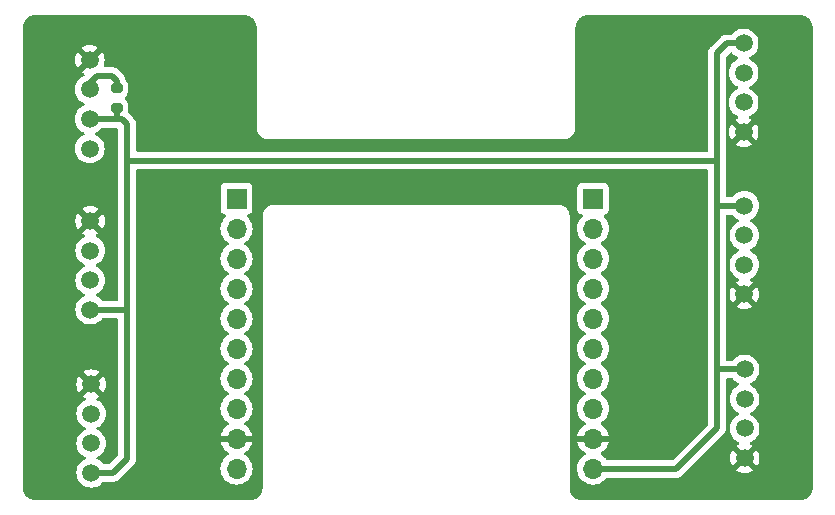
<source format=gbr>
%TF.GenerationSoftware,KiCad,Pcbnew,7.0.2*%
%TF.CreationDate,2024-03-21T19:14:15+01:00*%
%TF.ProjectId,Support_TTGO,53757070-6f72-4745-9f54-54474f2e6b69,rev?*%
%TF.SameCoordinates,Original*%
%TF.FileFunction,Copper,L2,Bot*%
%TF.FilePolarity,Positive*%
%FSLAX46Y46*%
G04 Gerber Fmt 4.6, Leading zero omitted, Abs format (unit mm)*
G04 Created by KiCad (PCBNEW 7.0.2) date 2024-03-21 19:14:15*
%MOMM*%
%LPD*%
G01*
G04 APERTURE LIST*
G04 Aperture macros list*
%AMRoundRect*
0 Rectangle with rounded corners*
0 $1 Rounding radius*
0 $2 $3 $4 $5 $6 $7 $8 $9 X,Y pos of 4 corners*
0 Add a 4 corners polygon primitive as box body*
4,1,4,$2,$3,$4,$5,$6,$7,$8,$9,$2,$3,0*
0 Add four circle primitives for the rounded corners*
1,1,$1+$1,$2,$3*
1,1,$1+$1,$4,$5*
1,1,$1+$1,$6,$7*
1,1,$1+$1,$8,$9*
0 Add four rect primitives between the rounded corners*
20,1,$1+$1,$2,$3,$4,$5,0*
20,1,$1+$1,$4,$5,$6,$7,0*
20,1,$1+$1,$6,$7,$8,$9,0*
20,1,$1+$1,$8,$9,$2,$3,0*%
G04 Aperture macros list end*
%TA.AperFunction,ComponentPad*%
%ADD10C,1.500000*%
%TD*%
%TA.AperFunction,ComponentPad*%
%ADD11R,1.700000X1.700000*%
%TD*%
%TA.AperFunction,ComponentPad*%
%ADD12O,1.700000X1.700000*%
%TD*%
%TA.AperFunction,SMDPad,CuDef*%
%ADD13RoundRect,0.200000X0.275000X-0.200000X0.275000X0.200000X-0.275000X0.200000X-0.275000X-0.200000X0*%
%TD*%
%TA.AperFunction,Conductor*%
%ADD14C,0.500000*%
%TD*%
G04 APERTURE END LIST*
D10*
%TO.P,J3,1,Pin_1*%
%TO.N,GND*%
X168320000Y-105460000D03*
%TO.P,J3,2,Pin_2*%
%TO.N,IO_14*%
X168320000Y-102960000D03*
%TO.P,J3,3,Pin_3*%
%TO.N,IO_13*%
X168320000Y-100460000D03*
%TO.P,J3,4,Pin_4*%
%TO.N,PMU_DC_DC5*%
X168320000Y-97960000D03*
%TD*%
D11*
%TO.P,J1,1,Pin_1*%
%TO.N,IO_37*%
X125300000Y-83500000D03*
D12*
%TO.P,J1,2,Pin_2*%
%TO.N,IO_36*%
X125300000Y-86040000D03*
%TO.P,J1,3,Pin_3*%
%TO.N,unconnected-(J1-Pin_3-Pad3)*%
X125300000Y-88580000D03*
%TO.P,J1,4,Pin_4*%
%TO.N,unconnected-(J1-Pin_4-Pad4)*%
X125300000Y-91120000D03*
%TO.P,J1,5,Pin_5*%
%TO.N,unconnected-(J1-Pin_5-Pad5)*%
X125300000Y-93660000D03*
%TO.P,J1,6,Pin_6*%
%TO.N,IO_48*%
X125300000Y-96200000D03*
%TO.P,J1,7,Pin_7*%
%TO.N,IO_47*%
X125300000Y-98740000D03*
%TO.P,J1,8,Pin_8*%
%TO.N,IO_21*%
X125300000Y-101280000D03*
%TO.P,J1,9,Pin_9*%
%TO.N,GND*%
X125300000Y-103820000D03*
%TO.P,J1,10,Pin_10*%
%TO.N,unconnected-(J1-Pin_10-Pad10)*%
X125300000Y-106360000D03*
%TD*%
%TO.P, ,10,Pin_10*%
%TO.N,PMU_DC_DC5*%
X155500000Y-106360000D03*
%TO.P, ,9,Pin_9*%
%TO.N,GND*%
X155500000Y-103820000D03*
%TO.P, ,8,Pin_8*%
%TO.N,IO_14*%
X155500000Y-101280000D03*
%TO.P, ,7,Pin_7*%
%TO.N,IO_13*%
X155500000Y-98740000D03*
%TO.P, ,6,Pin_6*%
%TO.N,IO_12*%
X155500000Y-96200000D03*
%TO.P, ,5,Pin_5*%
%TO.N,IO_11*%
X155500000Y-93660000D03*
%TO.P, ,4,Pin_4*%
%TO.N,IO_10*%
X155500000Y-91120000D03*
%TO.P, ,3,Pin_3*%
%TO.N,IO_09*%
X155500000Y-88580000D03*
%TO.P, ,2,Pin_2*%
%TO.N,unconnected-(J2-Pin_2-Pad2)*%
X155500000Y-86040000D03*
D11*
%TO.P, ,1,Pin_1*%
%TO.N,unconnected-(J2-Pin_1-Pad1)*%
X155500000Y-83500000D03*
%TD*%
D10*
%TO.P,J8,1,Pin_1*%
%TO.N,GND*%
X168240000Y-77860000D03*
%TO.P,J8,2,Pin_2*%
%TO.N,IO_10*%
X168240000Y-75360000D03*
%TO.P,J8,3,Pin_3*%
%TO.N,IO_09*%
X168240000Y-72860000D03*
%TO.P,J8,4,Pin_4*%
%TO.N,PMU_DC_DC5*%
X168240000Y-70360000D03*
%TD*%
%TO.P,J7,1,Pin_1*%
%TO.N,GND*%
X112880000Y-71760000D03*
%TO.P,J7,2,Pin_2*%
%TO.N,IO_37*%
X112880000Y-74260000D03*
%TO.P,J7,3,Pin_3*%
%TO.N,PMU_DC_DC5*%
X112880000Y-76760000D03*
%TO.P,J7,4*%
%TO.N,N/C*%
X112880000Y-79260000D03*
%TD*%
%TO.P,J4,1,Pin_1*%
%TO.N,GND*%
X168300000Y-91610000D03*
%TO.P,J4,2,Pin_2*%
%TO.N,IO_12*%
X168300000Y-89110000D03*
%TO.P,J4,3,Pin_3*%
%TO.N,IO_11*%
X168300000Y-86610000D03*
%TO.P,J4,4,Pin_4*%
%TO.N,PMU_DC_DC5*%
X168300000Y-84110000D03*
%TD*%
%TO.P,J6,1,Pin_1*%
%TO.N,GND*%
X112920000Y-85400000D03*
%TO.P,J6,2,Pin_2*%
%TO.N,IO_36*%
X112920000Y-87900000D03*
%TO.P,J6,3,Pin_3*%
%TO.N,IO_48*%
X112920000Y-90400000D03*
%TO.P,J6,4,Pin_4*%
%TO.N,PMU_DC_DC5*%
X112920000Y-92900000D03*
%TD*%
%TO.P,J5,1,Pin_1*%
%TO.N,GND*%
X112990000Y-99210000D03*
%TO.P,J5,2,Pin_2*%
%TO.N,IO_47*%
X112990000Y-101710000D03*
%TO.P,J5,3,Pin_3*%
%TO.N,IO_21*%
X112990000Y-104210000D03*
%TO.P,J5,4,Pin_4*%
%TO.N,PMU_DC_DC5*%
X112990000Y-106710000D03*
%TD*%
D13*
%TO.P,R1,1*%
%TO.N,PMU_DC_DC5*%
X115150000Y-75805000D03*
%TO.P,R1,2*%
%TO.N,IO_37*%
X115150000Y-74155000D03*
%TD*%
D14*
%TO.N,PMU_DC_DC5*%
X155540000Y-106400000D02*
X162490000Y-106400000D01*
X162490000Y-106400000D02*
X165970000Y-102920000D01*
X155500000Y-106360000D02*
X155540000Y-106400000D01*
X165970000Y-102920000D02*
X165970000Y-75760000D01*
%TO.N,IO_37*%
X112880000Y-73710000D02*
X112880000Y-74260000D01*
X114760000Y-73120000D02*
X113470000Y-73120000D01*
X115150000Y-74155000D02*
X115150000Y-73510000D01*
X115150000Y-73510000D02*
X114760000Y-73120000D01*
X113470000Y-73120000D02*
X112880000Y-73710000D01*
%TO.N,PMU_DC_DC5*%
X168300000Y-84110000D02*
X166160000Y-84110000D01*
X165970000Y-75760000D02*
X165970000Y-71210000D01*
X165970000Y-80280000D02*
X165970000Y-75760000D01*
X165980000Y-97960000D02*
X168320000Y-97960000D01*
X115580000Y-76760000D02*
X116040000Y-77220000D01*
X116040000Y-80280000D02*
X165970000Y-80280000D01*
X116040000Y-92480000D02*
X116040000Y-105510000D01*
X115150000Y-76750000D02*
X115140000Y-76760000D01*
X165970000Y-97950000D02*
X165980000Y-97960000D01*
X115980000Y-92890000D02*
X116040000Y-92950000D01*
X112880000Y-76760000D02*
X115140000Y-76760000D01*
X112920000Y-92900000D02*
X112930000Y-92890000D01*
X115140000Y-76760000D02*
X115580000Y-76760000D01*
X166820000Y-70360000D02*
X168240000Y-70360000D01*
X165970000Y-71210000D02*
X166820000Y-70360000D01*
X115150000Y-75805000D02*
X115150000Y-76750000D01*
X114840000Y-106710000D02*
X112990000Y-106710000D01*
X116040000Y-77220000D02*
X116040000Y-92480000D01*
X116040000Y-105510000D02*
X114840000Y-106710000D01*
X166160000Y-84110000D02*
X165970000Y-84300000D01*
X112930000Y-92890000D02*
X115980000Y-92890000D01*
%TD*%
%TA.AperFunction,Conductor*%
%TO.N,GND*%
G36*
X126005394Y-67970971D02*
G01*
X126045519Y-67974482D01*
X126171780Y-67986919D01*
X126191682Y-67990540D01*
X126256467Y-68007899D01*
X126260203Y-68008966D01*
X126351570Y-68036682D01*
X126367959Y-68042952D01*
X126433867Y-68073686D01*
X126439867Y-68076685D01*
X126482639Y-68099548D01*
X126519046Y-68119008D01*
X126531715Y-68126791D01*
X126592889Y-68169625D01*
X126600430Y-68175346D01*
X126668455Y-68231172D01*
X126677472Y-68239345D01*
X126730653Y-68292526D01*
X126738826Y-68301543D01*
X126794652Y-68369568D01*
X126800373Y-68377109D01*
X126843207Y-68438283D01*
X126850990Y-68450952D01*
X126893304Y-68530114D01*
X126896328Y-68536163D01*
X126927041Y-68602027D01*
X126933319Y-68618436D01*
X126961008Y-68709713D01*
X126962123Y-68713616D01*
X126979454Y-68778298D01*
X126983082Y-68798237D01*
X126995523Y-68924554D01*
X126997207Y-68943801D01*
X126999030Y-68964638D01*
X126999500Y-68975406D01*
X126999500Y-77382902D01*
X126994926Y-77398478D01*
X126998903Y-77438858D01*
X126999500Y-77451012D01*
X126999500Y-77537533D01*
X127010628Y-77600645D01*
X127009311Y-77612448D01*
X127015263Y-77632067D01*
X127018717Y-77646522D01*
X127029899Y-77709938D01*
X127034143Y-77721598D01*
X127058163Y-77787592D01*
X127058992Y-77800641D01*
X127067129Y-77815864D01*
X127074289Y-77831899D01*
X127089774Y-77874441D01*
X127089776Y-77874447D01*
X127138578Y-77958974D01*
X127142056Y-77973311D01*
X127151793Y-77985176D01*
X127163325Y-78001837D01*
X127179926Y-78030590D01*
X127189372Y-78044560D01*
X127191255Y-78048084D01*
X127209702Y-78064661D01*
X127248914Y-78111393D01*
X127255485Y-78126408D01*
X127265932Y-78134982D01*
X127282254Y-78151126D01*
X127289837Y-78160163D01*
X127298872Y-78167744D01*
X127315018Y-78184067D01*
X127319147Y-78189098D01*
X127338606Y-78201085D01*
X127385337Y-78240297D01*
X127395234Y-78255172D01*
X127405438Y-78260627D01*
X127419408Y-78270072D01*
X127423942Y-78272690D01*
X127423945Y-78272692D01*
X127448165Y-78286676D01*
X127464826Y-78298207D01*
X127471770Y-78303905D01*
X127491019Y-78311417D01*
X127575555Y-78360225D01*
X127618105Y-78375712D01*
X127634141Y-78382872D01*
X127644334Y-78388320D01*
X127662401Y-78391834D01*
X127740062Y-78420101D01*
X127803476Y-78431282D01*
X127817939Y-78434738D01*
X127832541Y-78439167D01*
X127849350Y-78439370D01*
X127912468Y-78450500D01*
X127912469Y-78450500D01*
X127998997Y-78450500D01*
X128011151Y-78451097D01*
X128044302Y-78454362D01*
X128067096Y-78450500D01*
X152932903Y-78450500D01*
X152948476Y-78455073D01*
X152988848Y-78451097D01*
X153001002Y-78450500D01*
X153087530Y-78450500D01*
X153087532Y-78450500D01*
X153150646Y-78439371D01*
X153162444Y-78440687D01*
X153182055Y-78434738D01*
X153196511Y-78431284D01*
X153259938Y-78420101D01*
X153337592Y-78391836D01*
X153350638Y-78391007D01*
X153365854Y-78382874D01*
X153381890Y-78375713D01*
X153424445Y-78360225D01*
X153508976Y-78311420D01*
X153523310Y-78307942D01*
X153535172Y-78298208D01*
X153551834Y-78286676D01*
X153576055Y-78272692D01*
X153576055Y-78272691D01*
X153580586Y-78270076D01*
X153594564Y-78260625D01*
X153598082Y-78258744D01*
X153614658Y-78240300D01*
X153661395Y-78201083D01*
X153676407Y-78194513D01*
X153684977Y-78184071D01*
X153701121Y-78167750D01*
X153710163Y-78160163D01*
X153717750Y-78151121D01*
X153734071Y-78134977D01*
X153739099Y-78130850D01*
X153751082Y-78111397D01*
X153790297Y-78064661D01*
X153805172Y-78054764D01*
X153810625Y-78044564D01*
X153820076Y-78030586D01*
X153831961Y-78010000D01*
X153836676Y-78001834D01*
X153848208Y-77985172D01*
X153853903Y-77978231D01*
X153861418Y-77958979D01*
X153910225Y-77874445D01*
X153925713Y-77831890D01*
X153932874Y-77815854D01*
X153938319Y-77805666D01*
X153941835Y-77787595D01*
X153970101Y-77709938D01*
X153981284Y-77646511D01*
X153984738Y-77632055D01*
X153989166Y-77617458D01*
X153989370Y-77600649D01*
X154000500Y-77537532D01*
X154000500Y-77451002D01*
X154001097Y-77438848D01*
X154004362Y-77405696D01*
X154000500Y-77382903D01*
X154000500Y-68975412D01*
X154000972Y-68964605D01*
X154004475Y-68924564D01*
X154016919Y-68798215D01*
X154020539Y-68778322D01*
X154037908Y-68713498D01*
X154038956Y-68709828D01*
X154066685Y-68618419D01*
X154072948Y-68602049D01*
X154103700Y-68536102D01*
X154106670Y-68530161D01*
X154149012Y-68450944D01*
X154156786Y-68438289D01*
X154199639Y-68377089D01*
X154205330Y-68369587D01*
X154261191Y-68301521D01*
X154269325Y-68292547D01*
X154322547Y-68239325D01*
X154331521Y-68231191D01*
X154399587Y-68175330D01*
X154407089Y-68169639D01*
X154468289Y-68126786D01*
X154480944Y-68119012D01*
X154560161Y-68076670D01*
X154566102Y-68073700D01*
X154632049Y-68042948D01*
X154648419Y-68036685D01*
X154739828Y-68008956D01*
X154743498Y-68007908D01*
X154808318Y-67990540D01*
X154828221Y-67986918D01*
X154954471Y-67974483D01*
X154994640Y-67970968D01*
X155005402Y-67970500D01*
X173074587Y-67970500D01*
X173085394Y-67970971D01*
X173125519Y-67974482D01*
X173251780Y-67986919D01*
X173271682Y-67990540D01*
X173336467Y-68007899D01*
X173340203Y-68008966D01*
X173431570Y-68036682D01*
X173447959Y-68042952D01*
X173513867Y-68073686D01*
X173519867Y-68076685D01*
X173562639Y-68099548D01*
X173599046Y-68119008D01*
X173611715Y-68126791D01*
X173672889Y-68169625D01*
X173680430Y-68175346D01*
X173748455Y-68231172D01*
X173757472Y-68239345D01*
X173810653Y-68292526D01*
X173818826Y-68301543D01*
X173874652Y-68369568D01*
X173880373Y-68377109D01*
X173923207Y-68438283D01*
X173930990Y-68450952D01*
X173973304Y-68530114D01*
X173976328Y-68536163D01*
X174007041Y-68602027D01*
X174013319Y-68618436D01*
X174041008Y-68709713D01*
X174042123Y-68713616D01*
X174059454Y-68778298D01*
X174063082Y-68798237D01*
X174075523Y-68924554D01*
X174077207Y-68943801D01*
X174079030Y-68964638D01*
X174079500Y-68975406D01*
X174079500Y-107994583D01*
X174079028Y-108005393D01*
X174075523Y-108045445D01*
X174063082Y-108171764D01*
X174059455Y-108191696D01*
X174042123Y-108256382D01*
X174041008Y-108260285D01*
X174013319Y-108351562D01*
X174007041Y-108367971D01*
X173976328Y-108433835D01*
X173973304Y-108439884D01*
X173930990Y-108519046D01*
X173923207Y-108531715D01*
X173880373Y-108592889D01*
X173874652Y-108600430D01*
X173818826Y-108668455D01*
X173810653Y-108677472D01*
X173757472Y-108730653D01*
X173748455Y-108738826D01*
X173680430Y-108794652D01*
X173672889Y-108800373D01*
X173611715Y-108843207D01*
X173599046Y-108850990D01*
X173519884Y-108893304D01*
X173513835Y-108896328D01*
X173447971Y-108927041D01*
X173431562Y-108933319D01*
X173340285Y-108961008D01*
X173336382Y-108962123D01*
X173271700Y-108979454D01*
X173251761Y-108983082D01*
X173125445Y-108995523D01*
X173106131Y-108997213D01*
X173085360Y-108999031D01*
X173074594Y-108999500D01*
X154505416Y-108999500D01*
X154494606Y-108999028D01*
X154454554Y-108995523D01*
X154328234Y-108983082D01*
X154308302Y-108979455D01*
X154243616Y-108962123D01*
X154239713Y-108961008D01*
X154148436Y-108933319D01*
X154132027Y-108927041D01*
X154066163Y-108896328D01*
X154060114Y-108893304D01*
X153980952Y-108850990D01*
X153968283Y-108843207D01*
X153907109Y-108800373D01*
X153899568Y-108794652D01*
X153831543Y-108738826D01*
X153822526Y-108730653D01*
X153769345Y-108677472D01*
X153761172Y-108668455D01*
X153705346Y-108600430D01*
X153699625Y-108592889D01*
X153656791Y-108531715D01*
X153649008Y-108519046D01*
X153629548Y-108482639D01*
X153606685Y-108439867D01*
X153603686Y-108433867D01*
X153572952Y-108367959D01*
X153566682Y-108351570D01*
X153538966Y-108260203D01*
X153537899Y-108256467D01*
X153520541Y-108191685D01*
X153516918Y-108171773D01*
X153504476Y-108045444D01*
X153503601Y-108035449D01*
X153500968Y-108005360D01*
X153500500Y-107994597D01*
X153500500Y-85067095D01*
X153505073Y-85051521D01*
X153501097Y-85011149D01*
X153500500Y-84998996D01*
X153500500Y-84912468D01*
X153500499Y-84912467D01*
X153489371Y-84849352D01*
X153490687Y-84837551D01*
X153484738Y-84817939D01*
X153481282Y-84803475D01*
X153479575Y-84793795D01*
X153470101Y-84740062D01*
X153441835Y-84662404D01*
X153441006Y-84649359D01*
X153432872Y-84634141D01*
X153425712Y-84618105D01*
X153410225Y-84575555D01*
X153361419Y-84491021D01*
X153357941Y-84476687D01*
X153348207Y-84464826D01*
X153336676Y-84448165D01*
X153322692Y-84423945D01*
X153322690Y-84423942D01*
X153320072Y-84419408D01*
X153310627Y-84405438D01*
X153308745Y-84401918D01*
X153290297Y-84385337D01*
X153251085Y-84338606D01*
X153244513Y-84323591D01*
X153234067Y-84315018D01*
X153217744Y-84298872D01*
X153210163Y-84289837D01*
X153201126Y-84282254D01*
X153184982Y-84265932D01*
X153180856Y-84260905D01*
X153161393Y-84248914D01*
X153114661Y-84209702D01*
X153104763Y-84194825D01*
X153094560Y-84189372D01*
X153080590Y-84179926D01*
X153051837Y-84163325D01*
X153035176Y-84151793D01*
X153028235Y-84146097D01*
X153008974Y-84138578D01*
X152924447Y-84089776D01*
X152924446Y-84089775D01*
X152924445Y-84089775D01*
X152881899Y-84074289D01*
X152865864Y-84067129D01*
X152855670Y-84061680D01*
X152837592Y-84058163D01*
X152786577Y-84039595D01*
X152759938Y-84029899D01*
X152696530Y-84018718D01*
X152682067Y-84015263D01*
X152667462Y-84010832D01*
X152650645Y-84010628D01*
X152587533Y-83999500D01*
X152587532Y-83999500D01*
X152501012Y-83999500D01*
X152488858Y-83998903D01*
X152455817Y-83995648D01*
X152432952Y-83999527D01*
X128567150Y-84009471D01*
X128551612Y-84004915D01*
X128511133Y-84008903D01*
X128498978Y-84009500D01*
X128413340Y-84009500D01*
X128351814Y-84020348D01*
X128339854Y-84019014D01*
X128319870Y-84025076D01*
X128305408Y-84028531D01*
X128242660Y-84039595D01*
X128166733Y-84067230D01*
X128153481Y-84068072D01*
X128137900Y-84076400D01*
X128121861Y-84083562D01*
X128079799Y-84098871D01*
X127997000Y-84146675D01*
X127982443Y-84150205D01*
X127970274Y-84160193D01*
X127953613Y-84171724D01*
X127925078Y-84188199D01*
X127911255Y-84197544D01*
X127907517Y-84199541D01*
X127890698Y-84218258D01*
X127846007Y-84255759D01*
X127830765Y-84262429D01*
X127821955Y-84273165D01*
X127805812Y-84289486D01*
X127796935Y-84296935D01*
X127789486Y-84305812D01*
X127773165Y-84321955D01*
X127767926Y-84326254D01*
X127755759Y-84346007D01*
X127718258Y-84390698D01*
X127703165Y-84400739D01*
X127697544Y-84411255D01*
X127688199Y-84425078D01*
X127671724Y-84453613D01*
X127660193Y-84470274D01*
X127654306Y-84477447D01*
X127646675Y-84497000D01*
X127598871Y-84579799D01*
X127583562Y-84621861D01*
X127576400Y-84637900D01*
X127570801Y-84648373D01*
X127567230Y-84666733D01*
X127539595Y-84742660D01*
X127528531Y-84805408D01*
X127525076Y-84819870D01*
X127520555Y-84834772D01*
X127520348Y-84851814D01*
X127509500Y-84913339D01*
X127509500Y-84998973D01*
X127508903Y-85011128D01*
X127505635Y-85044301D01*
X127509500Y-85067106D01*
X127509500Y-107984584D01*
X127509028Y-107995393D01*
X127505523Y-108035449D01*
X127492900Y-108163610D01*
X127489273Y-108183543D01*
X127471786Y-108248804D01*
X127470672Y-108252705D01*
X127442614Y-108345201D01*
X127436336Y-108361610D01*
X127405322Y-108428121D01*
X127402297Y-108434171D01*
X127359445Y-108514340D01*
X127351662Y-108527009D01*
X127308392Y-108588805D01*
X127302671Y-108596346D01*
X127246140Y-108665230D01*
X127237967Y-108674247D01*
X127184247Y-108727967D01*
X127175230Y-108736140D01*
X127106346Y-108792671D01*
X127098805Y-108798392D01*
X127037009Y-108841662D01*
X127024340Y-108849445D01*
X126944171Y-108892297D01*
X126938121Y-108895322D01*
X126871610Y-108926336D01*
X126855201Y-108932614D01*
X126762705Y-108960672D01*
X126758804Y-108961786D01*
X126693547Y-108979272D01*
X126673608Y-108982900D01*
X126545450Y-108995523D01*
X126531967Y-108996703D01*
X126505360Y-108999031D01*
X126494595Y-108999500D01*
X108215416Y-108999500D01*
X108204606Y-108999028D01*
X108164554Y-108995523D01*
X108038234Y-108983082D01*
X108018302Y-108979455D01*
X107953616Y-108962123D01*
X107949713Y-108961008D01*
X107858436Y-108933319D01*
X107842027Y-108927041D01*
X107776163Y-108896328D01*
X107770114Y-108893304D01*
X107690952Y-108850990D01*
X107678283Y-108843207D01*
X107617109Y-108800373D01*
X107609568Y-108794652D01*
X107541543Y-108738826D01*
X107532526Y-108730653D01*
X107479345Y-108677472D01*
X107471172Y-108668455D01*
X107415346Y-108600430D01*
X107409625Y-108592889D01*
X107366791Y-108531715D01*
X107359008Y-108519046D01*
X107339548Y-108482639D01*
X107316685Y-108439867D01*
X107313686Y-108433867D01*
X107282952Y-108367959D01*
X107276682Y-108351570D01*
X107248966Y-108260203D01*
X107247899Y-108256467D01*
X107230541Y-108191685D01*
X107226918Y-108171773D01*
X107214476Y-108045444D01*
X107213601Y-108035449D01*
X107210968Y-108005360D01*
X107210500Y-107994597D01*
X107210500Y-79259999D01*
X111624722Y-79259999D01*
X111643792Y-79477974D01*
X111657598Y-79529500D01*
X111700425Y-79689330D01*
X111792898Y-79887639D01*
X111918402Y-80066877D01*
X112073123Y-80221598D01*
X112252361Y-80347102D01*
X112450670Y-80439575D01*
X112662023Y-80496207D01*
X112807340Y-80508920D01*
X112879999Y-80515277D01*
X112879999Y-80515276D01*
X112880000Y-80515277D01*
X113097977Y-80496207D01*
X113309330Y-80439575D01*
X113507639Y-80347102D01*
X113686877Y-80221598D01*
X113841598Y-80066877D01*
X113967102Y-79887639D01*
X114059575Y-79689330D01*
X114116207Y-79477977D01*
X114135277Y-79260000D01*
X114116207Y-79042023D01*
X114059575Y-78830670D01*
X113967102Y-78632362D01*
X113841598Y-78453123D01*
X113686877Y-78298402D01*
X113507639Y-78172898D01*
X113399306Y-78122381D01*
X113346868Y-78076210D01*
X113327716Y-78009016D01*
X113347932Y-77942135D01*
X113399307Y-77897618D01*
X113507639Y-77847102D01*
X113686877Y-77721598D01*
X113841598Y-77566877D01*
X113844050Y-77563374D01*
X113898629Y-77519750D01*
X113945624Y-77510500D01*
X115052279Y-77510500D01*
X115076294Y-77510500D01*
X115094264Y-77511809D01*
X115096115Y-77512080D01*
X115118023Y-77515289D01*
X115154694Y-77512080D01*
X115223191Y-77525846D01*
X115273375Y-77574461D01*
X115289500Y-77635608D01*
X115289500Y-80254554D01*
X115289290Y-80261764D01*
X115285668Y-80323933D01*
X115287616Y-80334975D01*
X115289500Y-80356509D01*
X115289500Y-92015500D01*
X115269815Y-92082539D01*
X115217011Y-92128294D01*
X115165500Y-92139500D01*
X113978622Y-92139500D01*
X113911583Y-92119815D01*
X113890506Y-92099557D01*
X113889270Y-92100794D01*
X113726880Y-91938405D01*
X113726880Y-91938404D01*
X113726877Y-91938402D01*
X113547639Y-91812898D01*
X113495111Y-91788403D01*
X113439306Y-91762381D01*
X113386867Y-91716208D01*
X113367716Y-91649014D01*
X113387932Y-91582133D01*
X113439306Y-91537618D01*
X113547639Y-91487102D01*
X113726877Y-91361598D01*
X113881598Y-91206877D01*
X114007102Y-91027639D01*
X114099575Y-90829330D01*
X114156207Y-90617977D01*
X114175277Y-90400000D01*
X114156207Y-90182023D01*
X114099575Y-89970670D01*
X114007102Y-89772362D01*
X113881598Y-89593123D01*
X113726877Y-89438402D01*
X113547639Y-89312898D01*
X113439306Y-89262381D01*
X113386868Y-89216210D01*
X113367716Y-89149016D01*
X113387932Y-89082135D01*
X113439307Y-89037618D01*
X113547639Y-88987102D01*
X113726877Y-88861598D01*
X113881598Y-88706877D01*
X114007102Y-88527639D01*
X114099575Y-88329330D01*
X114156207Y-88117977D01*
X114175277Y-87900000D01*
X114156207Y-87682023D01*
X114099575Y-87470670D01*
X114007102Y-87272362D01*
X113881598Y-87093123D01*
X113726877Y-86938402D01*
X113547639Y-86812898D01*
X113495921Y-86788781D01*
X113438714Y-86762105D01*
X113386275Y-86715932D01*
X113367123Y-86648739D01*
X113387339Y-86581858D01*
X113438715Y-86537340D01*
X113547388Y-86486665D01*
X113609572Y-86443124D01*
X113052534Y-85886086D01*
X113062315Y-85884680D01*
X113193100Y-85824952D01*
X113301761Y-85730798D01*
X113379493Y-85609844D01*
X113403076Y-85529524D01*
X113963124Y-86089572D01*
X114006667Y-86027385D01*
X114099102Y-85829159D01*
X114155712Y-85617886D01*
X114174775Y-85400000D01*
X114155712Y-85182113D01*
X114099102Y-84970840D01*
X114006667Y-84772615D01*
X113963123Y-84710428D01*
X113403076Y-85270475D01*
X113379493Y-85190156D01*
X113301761Y-85069202D01*
X113193100Y-84975048D01*
X113062315Y-84915320D01*
X113052534Y-84913913D01*
X113609572Y-84356875D01*
X113609571Y-84356873D01*
X113547386Y-84313331D01*
X113349161Y-84220898D01*
X113137886Y-84164287D01*
X112919999Y-84145224D01*
X112702113Y-84164287D01*
X112490840Y-84220897D01*
X112292611Y-84313333D01*
X112230428Y-84356874D01*
X112230427Y-84356875D01*
X112787466Y-84913913D01*
X112777685Y-84915320D01*
X112646900Y-84975048D01*
X112538239Y-85069202D01*
X112460507Y-85190156D01*
X112436923Y-85270475D01*
X111876875Y-84710427D01*
X111876874Y-84710428D01*
X111833333Y-84772611D01*
X111740897Y-84970840D01*
X111684287Y-85182113D01*
X111665224Y-85400000D01*
X111684287Y-85617886D01*
X111740898Y-85829161D01*
X111833331Y-86027386D01*
X111876873Y-86089571D01*
X111876875Y-86089572D01*
X112436923Y-85529523D01*
X112460507Y-85609844D01*
X112538239Y-85730798D01*
X112646900Y-85824952D01*
X112777685Y-85884680D01*
X112787466Y-85886086D01*
X112230426Y-86443124D01*
X112230427Y-86443125D01*
X112292612Y-86486667D01*
X112401284Y-86537341D01*
X112453724Y-86583513D01*
X112472876Y-86650706D01*
X112452661Y-86717587D01*
X112401286Y-86762105D01*
X112292359Y-86812899D01*
X112113122Y-86938402D01*
X111958402Y-87093122D01*
X111832898Y-87272361D01*
X111740425Y-87470668D01*
X111683792Y-87682025D01*
X111664722Y-87899999D01*
X111683792Y-88117974D01*
X111740425Y-88329331D01*
X111790261Y-88436205D01*
X111832898Y-88527639D01*
X111958402Y-88706877D01*
X112113123Y-88861598D01*
X112292361Y-88987102D01*
X112400693Y-89037618D01*
X112453132Y-89083790D01*
X112472284Y-89150984D01*
X112452068Y-89217865D01*
X112400693Y-89262382D01*
X112292361Y-89312898D01*
X112113122Y-89438402D01*
X111958402Y-89593122D01*
X111832898Y-89772361D01*
X111740425Y-89970668D01*
X111683792Y-90182025D01*
X111664722Y-90400000D01*
X111683792Y-90617974D01*
X111694071Y-90656337D01*
X111740425Y-90829330D01*
X111832898Y-91027639D01*
X111958402Y-91206877D01*
X112113123Y-91361598D01*
X112292361Y-91487102D01*
X112400691Y-91537617D01*
X112400693Y-91537618D01*
X112453132Y-91583790D01*
X112472284Y-91650984D01*
X112452068Y-91717865D01*
X112400693Y-91762382D01*
X112292361Y-91812898D01*
X112113122Y-91938402D01*
X111958402Y-92093122D01*
X111832898Y-92272361D01*
X111740425Y-92470668D01*
X111683792Y-92682025D01*
X111664722Y-92900000D01*
X111683792Y-93117974D01*
X111704789Y-93196337D01*
X111740425Y-93329330D01*
X111832898Y-93527639D01*
X111958402Y-93706877D01*
X112113123Y-93861598D01*
X112292361Y-93987102D01*
X112490670Y-94079575D01*
X112702023Y-94136207D01*
X112920000Y-94155277D01*
X113137977Y-94136207D01*
X113349330Y-94079575D01*
X113547639Y-93987102D01*
X113726877Y-93861598D01*
X113881598Y-93706877D01*
X113891052Y-93693374D01*
X113945630Y-93649751D01*
X113992626Y-93640500D01*
X115165500Y-93640500D01*
X115232539Y-93660185D01*
X115278294Y-93712989D01*
X115289500Y-93764500D01*
X115289500Y-105147769D01*
X115269815Y-105214808D01*
X115253181Y-105235450D01*
X114565451Y-105923181D01*
X114504128Y-105956666D01*
X114477770Y-105959500D01*
X114055624Y-105959500D01*
X113988585Y-105939815D01*
X113954047Y-105906621D01*
X113951595Y-105903119D01*
X113796880Y-105748405D01*
X113796877Y-105748402D01*
X113617639Y-105622898D01*
X113509306Y-105572381D01*
X113456868Y-105526210D01*
X113437716Y-105459016D01*
X113457932Y-105392135D01*
X113509307Y-105347618D01*
X113617639Y-105297102D01*
X113796877Y-105171598D01*
X113951598Y-105016877D01*
X114077102Y-104837639D01*
X114169575Y-104639330D01*
X114226207Y-104427977D01*
X114245277Y-104210000D01*
X114226207Y-103992023D01*
X114169575Y-103780670D01*
X114077102Y-103582362D01*
X113951598Y-103403123D01*
X113796877Y-103248402D01*
X113617639Y-103122898D01*
X113509306Y-103072381D01*
X113456868Y-103026210D01*
X113437716Y-102959016D01*
X113457932Y-102892135D01*
X113509307Y-102847618D01*
X113617639Y-102797102D01*
X113796877Y-102671598D01*
X113951598Y-102516877D01*
X114077102Y-102337639D01*
X114169575Y-102139330D01*
X114226207Y-101927977D01*
X114245277Y-101710000D01*
X114226207Y-101492023D01*
X114169575Y-101280670D01*
X114077102Y-101082362D01*
X113951598Y-100903123D01*
X113796877Y-100748402D01*
X113617639Y-100622898D01*
X113565921Y-100598781D01*
X113508714Y-100572105D01*
X113456275Y-100525932D01*
X113437123Y-100458739D01*
X113457339Y-100391858D01*
X113508715Y-100347340D01*
X113617388Y-100296665D01*
X113679572Y-100253124D01*
X113122534Y-99696086D01*
X113132315Y-99694680D01*
X113263100Y-99634952D01*
X113371761Y-99540798D01*
X113449493Y-99419844D01*
X113473076Y-99339524D01*
X114033124Y-99899572D01*
X114076667Y-99837385D01*
X114169102Y-99639159D01*
X114225712Y-99427886D01*
X114244775Y-99210000D01*
X114225712Y-98992113D01*
X114169102Y-98780840D01*
X114076667Y-98582615D01*
X114033123Y-98520428D01*
X113473076Y-99080475D01*
X113449493Y-99000156D01*
X113371761Y-98879202D01*
X113263100Y-98785048D01*
X113132315Y-98725320D01*
X113122534Y-98723913D01*
X113679572Y-98166875D01*
X113679571Y-98166873D01*
X113617386Y-98123331D01*
X113419161Y-98030898D01*
X113207886Y-97974287D01*
X112990000Y-97955224D01*
X112772113Y-97974287D01*
X112560840Y-98030897D01*
X112362611Y-98123333D01*
X112300428Y-98166874D01*
X112300427Y-98166875D01*
X112857466Y-98723913D01*
X112847685Y-98725320D01*
X112716900Y-98785048D01*
X112608239Y-98879202D01*
X112530507Y-99000156D01*
X112506923Y-99080475D01*
X111946875Y-98520427D01*
X111946874Y-98520428D01*
X111903333Y-98582611D01*
X111810897Y-98780840D01*
X111754287Y-98992113D01*
X111735224Y-99210000D01*
X111754287Y-99427886D01*
X111810898Y-99639161D01*
X111903331Y-99837386D01*
X111946873Y-99899571D01*
X111946875Y-99899572D01*
X112506923Y-99339523D01*
X112530507Y-99419844D01*
X112608239Y-99540798D01*
X112716900Y-99634952D01*
X112847685Y-99694680D01*
X112857466Y-99696086D01*
X112300426Y-100253124D01*
X112300427Y-100253125D01*
X112362612Y-100296667D01*
X112471284Y-100347341D01*
X112523724Y-100393513D01*
X112542876Y-100460706D01*
X112522661Y-100527587D01*
X112471286Y-100572105D01*
X112362359Y-100622899D01*
X112183122Y-100748402D01*
X112028402Y-100903122D01*
X111902898Y-101082361D01*
X111810425Y-101280668D01*
X111753792Y-101492025D01*
X111734722Y-101709999D01*
X111753792Y-101927974D01*
X111810425Y-102139331D01*
X111860261Y-102246205D01*
X111902898Y-102337639D01*
X112028402Y-102516877D01*
X112183123Y-102671598D01*
X112362361Y-102797102D01*
X112470693Y-102847618D01*
X112523132Y-102893790D01*
X112542284Y-102960984D01*
X112522068Y-103027865D01*
X112470693Y-103072382D01*
X112362361Y-103122898D01*
X112183122Y-103248402D01*
X112028402Y-103403122D01*
X111902898Y-103582361D01*
X111810425Y-103780668D01*
X111753792Y-103992025D01*
X111734722Y-104210000D01*
X111753792Y-104427974D01*
X111753793Y-104427977D01*
X111810425Y-104639330D01*
X111902898Y-104837639D01*
X112028402Y-105016877D01*
X112183123Y-105171598D01*
X112362361Y-105297102D01*
X112470693Y-105347618D01*
X112523132Y-105393790D01*
X112542284Y-105460984D01*
X112522068Y-105527865D01*
X112470693Y-105572382D01*
X112362361Y-105622898D01*
X112183122Y-105748402D01*
X112028402Y-105903122D01*
X111902898Y-106082361D01*
X111810425Y-106280668D01*
X111753792Y-106492025D01*
X111734722Y-106710000D01*
X111753792Y-106927974D01*
X111810425Y-107139331D01*
X111853358Y-107231401D01*
X111902898Y-107337639D01*
X112028402Y-107516877D01*
X112183123Y-107671598D01*
X112362361Y-107797102D01*
X112560670Y-107889575D01*
X112772023Y-107946207D01*
X112917341Y-107958920D01*
X112989999Y-107965277D01*
X112989999Y-107965276D01*
X112990000Y-107965277D01*
X113207977Y-107946207D01*
X113419330Y-107889575D01*
X113617639Y-107797102D01*
X113796877Y-107671598D01*
X113951598Y-107516877D01*
X113954050Y-107513374D01*
X114008629Y-107469750D01*
X114055624Y-107460500D01*
X114776294Y-107460500D01*
X114794264Y-107461809D01*
X114798320Y-107462402D01*
X114818023Y-107465289D01*
X114867368Y-107460972D01*
X114878176Y-107460500D01*
X114880100Y-107460500D01*
X114883709Y-107460500D01*
X114914550Y-107456894D01*
X114918031Y-107456539D01*
X114992797Y-107449999D01*
X114992797Y-107449998D01*
X114994052Y-107449889D01*
X115013062Y-107445674D01*
X115014250Y-107445241D01*
X115014255Y-107445241D01*
X115084820Y-107419557D01*
X115088095Y-107418419D01*
X115159334Y-107394814D01*
X115159336Y-107394812D01*
X115160536Y-107394415D01*
X115178063Y-107385929D01*
X115179112Y-107385238D01*
X115179117Y-107385237D01*
X115241806Y-107344005D01*
X115244798Y-107342099D01*
X115308656Y-107302712D01*
X115308656Y-107302711D01*
X115309729Y-107302050D01*
X115324824Y-107289753D01*
X115325692Y-107288832D01*
X115325696Y-107288830D01*
X115377185Y-107234253D01*
X115379631Y-107231735D01*
X116251366Y-106359999D01*
X123944340Y-106359999D01*
X123964936Y-106595407D01*
X123991813Y-106695712D01*
X124026097Y-106823663D01*
X124125965Y-107037830D01*
X124261505Y-107231401D01*
X124428599Y-107398495D01*
X124622170Y-107534035D01*
X124836337Y-107633903D01*
X125064592Y-107695063D01*
X125300000Y-107715659D01*
X125535408Y-107695063D01*
X125763663Y-107633903D01*
X125977830Y-107534035D01*
X126171401Y-107398495D01*
X126338495Y-107231401D01*
X126474035Y-107037830D01*
X126573903Y-106823663D01*
X126635063Y-106595408D01*
X126655659Y-106360000D01*
X126635063Y-106124592D01*
X126573903Y-105896337D01*
X126474035Y-105682171D01*
X126338495Y-105488599D01*
X126171401Y-105321505D01*
X125985402Y-105191267D01*
X125941780Y-105136692D01*
X125934587Y-105067193D01*
X125966109Y-105004839D01*
X125985405Y-104988119D01*
X126171078Y-104858109D01*
X126338106Y-104691081D01*
X126473600Y-104497576D01*
X126573430Y-104283492D01*
X126630636Y-104070000D01*
X125733686Y-104070000D01*
X125759493Y-104029844D01*
X125800000Y-103891889D01*
X125800000Y-103748111D01*
X125759493Y-103610156D01*
X125733686Y-103570000D01*
X126630636Y-103570000D01*
X126630635Y-103569999D01*
X126573430Y-103356507D01*
X126473599Y-103142421D01*
X126338109Y-102948921D01*
X126171081Y-102781893D01*
X125985404Y-102651880D01*
X125941780Y-102597303D01*
X125934587Y-102527804D01*
X125966109Y-102465450D01*
X125985399Y-102448734D01*
X126171401Y-102318495D01*
X126338495Y-102151401D01*
X126474035Y-101957830D01*
X126573903Y-101743663D01*
X126635063Y-101515408D01*
X126655659Y-101280000D01*
X126635063Y-101044592D01*
X126573903Y-100816337D01*
X126474035Y-100602171D01*
X126338495Y-100408599D01*
X126171401Y-100241505D01*
X125985839Y-100111573D01*
X125942215Y-100056997D01*
X125935023Y-99987498D01*
X125966545Y-99925144D01*
X125985831Y-99908432D01*
X126171401Y-99778495D01*
X126338495Y-99611401D01*
X126474035Y-99417830D01*
X126573903Y-99203663D01*
X126635063Y-98975408D01*
X126655659Y-98740000D01*
X126635063Y-98504592D01*
X126573903Y-98276337D01*
X126474035Y-98062171D01*
X126338495Y-97868599D01*
X126171401Y-97701505D01*
X125985839Y-97571573D01*
X125942215Y-97516997D01*
X125935023Y-97447498D01*
X125966545Y-97385144D01*
X125985831Y-97368432D01*
X126171401Y-97238495D01*
X126338495Y-97071401D01*
X126474035Y-96877830D01*
X126573903Y-96663663D01*
X126635063Y-96435408D01*
X126655659Y-96200000D01*
X126635063Y-95964592D01*
X126573903Y-95736337D01*
X126474035Y-95522171D01*
X126338495Y-95328599D01*
X126171401Y-95161505D01*
X125985839Y-95031573D01*
X125942216Y-94976998D01*
X125935022Y-94907500D01*
X125966545Y-94845145D01*
X125985837Y-94828428D01*
X126171401Y-94698495D01*
X126338495Y-94531401D01*
X126474035Y-94337830D01*
X126573903Y-94123663D01*
X126635063Y-93895408D01*
X126655659Y-93660000D01*
X126635063Y-93424592D01*
X126573903Y-93196337D01*
X126474035Y-92982171D01*
X126338495Y-92788599D01*
X126171401Y-92621505D01*
X125985839Y-92491573D01*
X125942215Y-92436997D01*
X125935023Y-92367498D01*
X125966545Y-92305144D01*
X125985831Y-92288432D01*
X126171401Y-92158495D01*
X126338495Y-91991401D01*
X126474035Y-91797830D01*
X126573903Y-91583663D01*
X126635063Y-91355408D01*
X126655659Y-91120000D01*
X126635063Y-90884592D01*
X126573903Y-90656337D01*
X126474035Y-90442171D01*
X126338495Y-90248599D01*
X126171401Y-90081505D01*
X125985839Y-89951573D01*
X125942216Y-89896998D01*
X125935022Y-89827500D01*
X125966545Y-89765145D01*
X125985837Y-89748428D01*
X126171401Y-89618495D01*
X126338495Y-89451401D01*
X126474035Y-89257830D01*
X126573903Y-89043663D01*
X126635063Y-88815408D01*
X126655659Y-88580000D01*
X126635063Y-88344592D01*
X126573903Y-88116337D01*
X126474035Y-87902171D01*
X126338495Y-87708599D01*
X126171401Y-87541505D01*
X125985839Y-87411573D01*
X125942215Y-87356997D01*
X125935023Y-87287498D01*
X125966545Y-87225144D01*
X125985831Y-87208432D01*
X126171401Y-87078495D01*
X126338495Y-86911401D01*
X126474035Y-86717830D01*
X126573903Y-86503663D01*
X126635063Y-86275408D01*
X126655659Y-86040000D01*
X126635063Y-85804592D01*
X126573903Y-85576337D01*
X126474035Y-85362171D01*
X126338495Y-85168599D01*
X126216568Y-85046673D01*
X126183084Y-84985350D01*
X126188068Y-84915658D01*
X126229940Y-84859725D01*
X126260915Y-84842810D01*
X126392331Y-84793796D01*
X126507546Y-84707546D01*
X126593796Y-84592331D01*
X126644091Y-84457483D01*
X126650500Y-84397873D01*
X126650499Y-82602128D01*
X126644091Y-82542517D01*
X126593796Y-82407669D01*
X126507546Y-82292454D01*
X126392331Y-82206204D01*
X126257483Y-82155909D01*
X126197873Y-82149500D01*
X126194550Y-82149500D01*
X124405439Y-82149500D01*
X124405420Y-82149500D01*
X124402128Y-82149501D01*
X124398848Y-82149853D01*
X124398840Y-82149854D01*
X124342515Y-82155909D01*
X124207669Y-82206204D01*
X124092454Y-82292454D01*
X124006204Y-82407668D01*
X123955910Y-82542515D01*
X123955909Y-82542517D01*
X123949500Y-82602127D01*
X123949500Y-82605448D01*
X123949500Y-82605449D01*
X123949500Y-84394560D01*
X123949500Y-84394578D01*
X123949501Y-84397872D01*
X123949853Y-84401152D01*
X123949854Y-84401159D01*
X123955909Y-84457484D01*
X123963355Y-84477447D01*
X124006204Y-84592331D01*
X124092454Y-84707546D01*
X124207669Y-84793796D01*
X124319907Y-84835658D01*
X124339082Y-84842810D01*
X124395016Y-84884681D01*
X124419433Y-84950146D01*
X124404581Y-85018419D01*
X124383431Y-85046673D01*
X124261503Y-85168601D01*
X124125965Y-85362170D01*
X124026097Y-85576336D01*
X123964936Y-85804592D01*
X123944340Y-86040000D01*
X123964936Y-86275407D01*
X123996184Y-86392025D01*
X124026097Y-86503663D01*
X124125965Y-86717830D01*
X124261505Y-86911401D01*
X124428599Y-87078495D01*
X124614160Y-87208426D01*
X124657783Y-87263002D01*
X124664976Y-87332501D01*
X124633454Y-87394855D01*
X124614159Y-87411575D01*
X124428595Y-87541508D01*
X124261505Y-87708598D01*
X124125965Y-87902170D01*
X124026097Y-88116336D01*
X123964936Y-88344592D01*
X123944340Y-88579999D01*
X123964936Y-88815407D01*
X123985466Y-88892025D01*
X124026097Y-89043663D01*
X124125965Y-89257830D01*
X124261505Y-89451401D01*
X124428599Y-89618495D01*
X124614160Y-89748426D01*
X124657783Y-89803002D01*
X124664976Y-89872501D01*
X124633454Y-89934855D01*
X124614160Y-89951574D01*
X124442754Y-90071594D01*
X124428595Y-90081508D01*
X124261505Y-90248598D01*
X124125965Y-90442170D01*
X124026097Y-90656336D01*
X123964936Y-90884592D01*
X123944340Y-91120000D01*
X123964936Y-91355407D01*
X123976927Y-91400156D01*
X124026097Y-91583663D01*
X124125965Y-91797830D01*
X124261505Y-91991401D01*
X124428599Y-92158495D01*
X124614160Y-92288426D01*
X124657783Y-92343002D01*
X124664976Y-92412501D01*
X124633454Y-92474855D01*
X124614159Y-92491575D01*
X124428595Y-92621508D01*
X124261505Y-92788598D01*
X124125965Y-92982170D01*
X124026097Y-93196336D01*
X123964936Y-93424592D01*
X123944340Y-93659999D01*
X123964936Y-93895407D01*
X123989506Y-93987102D01*
X124026097Y-94123663D01*
X124125965Y-94337830D01*
X124261505Y-94531401D01*
X124428599Y-94698495D01*
X124614160Y-94828426D01*
X124657783Y-94883002D01*
X124664976Y-94952501D01*
X124633454Y-95014855D01*
X124614159Y-95031575D01*
X124428595Y-95161508D01*
X124261505Y-95328598D01*
X124125965Y-95522170D01*
X124026097Y-95736336D01*
X123964936Y-95964592D01*
X123944340Y-96200000D01*
X123964936Y-96435407D01*
X124009709Y-96602501D01*
X124026097Y-96663663D01*
X124125965Y-96877830D01*
X124261505Y-97071401D01*
X124428599Y-97238495D01*
X124614160Y-97368426D01*
X124657783Y-97423002D01*
X124664976Y-97492501D01*
X124633454Y-97554855D01*
X124614159Y-97571575D01*
X124428595Y-97701508D01*
X124261505Y-97868598D01*
X124125965Y-98062170D01*
X124026097Y-98276336D01*
X123964936Y-98504592D01*
X123944340Y-98740000D01*
X123964936Y-98975407D01*
X124008533Y-99138111D01*
X124026097Y-99203663D01*
X124125965Y-99417830D01*
X124261505Y-99611401D01*
X124428599Y-99778495D01*
X124614160Y-99908426D01*
X124657783Y-99963002D01*
X124664976Y-100032501D01*
X124633454Y-100094855D01*
X124614159Y-100111575D01*
X124428595Y-100241508D01*
X124261505Y-100408598D01*
X124125965Y-100602170D01*
X124026097Y-100816336D01*
X123964936Y-101044592D01*
X123944340Y-101279999D01*
X123964936Y-101515407D01*
X123998207Y-101639575D01*
X124026097Y-101743663D01*
X124125965Y-101957830D01*
X124261505Y-102151401D01*
X124428599Y-102318495D01*
X124614596Y-102448732D01*
X124658219Y-102503307D01*
X124665412Y-102572806D01*
X124633890Y-102635160D01*
X124614595Y-102651880D01*
X124428919Y-102781892D01*
X124261890Y-102948921D01*
X124126400Y-103142421D01*
X124026569Y-103356507D01*
X123969364Y-103569999D01*
X123969364Y-103570000D01*
X124866314Y-103570000D01*
X124840507Y-103610156D01*
X124800000Y-103748111D01*
X124800000Y-103891889D01*
X124840507Y-104029844D01*
X124866314Y-104070000D01*
X123969364Y-104070000D01*
X124026569Y-104283492D01*
X124126399Y-104497576D01*
X124261893Y-104691081D01*
X124428918Y-104858106D01*
X124614595Y-104988119D01*
X124658219Y-105042696D01*
X124665412Y-105112195D01*
X124633890Y-105174549D01*
X124614595Y-105191269D01*
X124428595Y-105321508D01*
X124261505Y-105488598D01*
X124125965Y-105682170D01*
X124026097Y-105896336D01*
X123964936Y-106124592D01*
X123944340Y-106359999D01*
X116251366Y-106359999D01*
X116525638Y-106085727D01*
X116539256Y-106073957D01*
X116558530Y-106059610D01*
X116590372Y-106021661D01*
X116597686Y-106013681D01*
X116598267Y-106013099D01*
X116601590Y-106009777D01*
X116620837Y-105985433D01*
X116623031Y-105982738D01*
X116671302Y-105925214D01*
X116671303Y-105925210D01*
X116672119Y-105924239D01*
X116682575Y-105907825D01*
X116683109Y-105906679D01*
X116683111Y-105906677D01*
X116714816Y-105838682D01*
X116716369Y-105835475D01*
X116750040Y-105768433D01*
X116750040Y-105768429D01*
X116750610Y-105767296D01*
X116756999Y-105748917D01*
X116757256Y-105747673D01*
X116772431Y-105674171D01*
X116773186Y-105670767D01*
X116790500Y-105597721D01*
X116790500Y-105597717D01*
X116790790Y-105596494D01*
X116792769Y-105577123D01*
X116792732Y-105575859D01*
X116792733Y-105575856D01*
X116790552Y-105500888D01*
X116790500Y-105497283D01*
X116790500Y-93013705D01*
X116791809Y-92995735D01*
X116791961Y-92994691D01*
X116795289Y-92971977D01*
X116790972Y-92922629D01*
X116790500Y-92911823D01*
X116790500Y-81154500D01*
X116810185Y-81087461D01*
X116862989Y-81041706D01*
X116914500Y-81030500D01*
X165095500Y-81030500D01*
X165162539Y-81050185D01*
X165208294Y-81102989D01*
X165219500Y-81154500D01*
X165219500Y-84210655D01*
X165217229Y-84232879D01*
X165219448Y-84309129D01*
X165219500Y-84312735D01*
X165219500Y-97886294D01*
X165218191Y-97904264D01*
X165214711Y-97928023D01*
X165217508Y-97960000D01*
X165219028Y-97977368D01*
X165219500Y-97988175D01*
X165219500Y-102557770D01*
X165199815Y-102624809D01*
X165183181Y-102645451D01*
X162215451Y-105613181D01*
X162154128Y-105646666D01*
X162127770Y-105649500D01*
X156715709Y-105649500D01*
X156648670Y-105629815D01*
X156614134Y-105596623D01*
X156545849Y-105499102D01*
X156538495Y-105488599D01*
X156371401Y-105321505D01*
X156185402Y-105191267D01*
X156141780Y-105136692D01*
X156134587Y-105067193D01*
X156166109Y-105004839D01*
X156185405Y-104988119D01*
X156371078Y-104858109D01*
X156538106Y-104691081D01*
X156673600Y-104497576D01*
X156773430Y-104283492D01*
X156830636Y-104070000D01*
X155933686Y-104070000D01*
X155959493Y-104029844D01*
X156000000Y-103891889D01*
X156000000Y-103748111D01*
X155959493Y-103610156D01*
X155933686Y-103570000D01*
X156830636Y-103570000D01*
X156830635Y-103569999D01*
X156773430Y-103356507D01*
X156673599Y-103142421D01*
X156538109Y-102948921D01*
X156371081Y-102781893D01*
X156185404Y-102651880D01*
X156141780Y-102597303D01*
X156134587Y-102527804D01*
X156166109Y-102465450D01*
X156185399Y-102448734D01*
X156371401Y-102318495D01*
X156538495Y-102151401D01*
X156674035Y-101957830D01*
X156773903Y-101743663D01*
X156835063Y-101515408D01*
X156855659Y-101280000D01*
X156835063Y-101044592D01*
X156773903Y-100816337D01*
X156674035Y-100602171D01*
X156538495Y-100408599D01*
X156371401Y-100241505D01*
X156185839Y-100111573D01*
X156142215Y-100056997D01*
X156135023Y-99987498D01*
X156166545Y-99925144D01*
X156185831Y-99908432D01*
X156371401Y-99778495D01*
X156538495Y-99611401D01*
X156674035Y-99417830D01*
X156773903Y-99203663D01*
X156835063Y-98975408D01*
X156855659Y-98740000D01*
X156835063Y-98504592D01*
X156773903Y-98276337D01*
X156674035Y-98062171D01*
X156538495Y-97868599D01*
X156371401Y-97701505D01*
X156185839Y-97571573D01*
X156142216Y-97516998D01*
X156135022Y-97447500D01*
X156166545Y-97385145D01*
X156185837Y-97368428D01*
X156371401Y-97238495D01*
X156538495Y-97071401D01*
X156674035Y-96877830D01*
X156773903Y-96663663D01*
X156835063Y-96435408D01*
X156855659Y-96200000D01*
X156835063Y-95964592D01*
X156773903Y-95736337D01*
X156674035Y-95522171D01*
X156538495Y-95328599D01*
X156371401Y-95161505D01*
X156185839Y-95031573D01*
X156142215Y-94976997D01*
X156135023Y-94907498D01*
X156166545Y-94845144D01*
X156185831Y-94828432D01*
X156371401Y-94698495D01*
X156538495Y-94531401D01*
X156674035Y-94337830D01*
X156773903Y-94123663D01*
X156835063Y-93895408D01*
X156855659Y-93660000D01*
X156835063Y-93424592D01*
X156773903Y-93196337D01*
X156674035Y-92982171D01*
X156538495Y-92788599D01*
X156371401Y-92621505D01*
X156185839Y-92491573D01*
X156142216Y-92436998D01*
X156135022Y-92367500D01*
X156166545Y-92305145D01*
X156185837Y-92288428D01*
X156371401Y-92158495D01*
X156538495Y-91991401D01*
X156674035Y-91797830D01*
X156773903Y-91583663D01*
X156835063Y-91355408D01*
X156855659Y-91120000D01*
X156835063Y-90884592D01*
X156773903Y-90656337D01*
X156674035Y-90442171D01*
X156538495Y-90248599D01*
X156371401Y-90081505D01*
X156185839Y-89951573D01*
X156142215Y-89896997D01*
X156135023Y-89827498D01*
X156166545Y-89765144D01*
X156185831Y-89748432D01*
X156371401Y-89618495D01*
X156538495Y-89451401D01*
X156674035Y-89257830D01*
X156773903Y-89043663D01*
X156835063Y-88815408D01*
X156855659Y-88580000D01*
X156847116Y-88482361D01*
X156835063Y-88344592D01*
X156830974Y-88329330D01*
X156773903Y-88116337D01*
X156674035Y-87902171D01*
X156538495Y-87708599D01*
X156371401Y-87541505D01*
X156185839Y-87411573D01*
X156142216Y-87356998D01*
X156135022Y-87287500D01*
X156166545Y-87225145D01*
X156185837Y-87208428D01*
X156371401Y-87078495D01*
X156538495Y-86911401D01*
X156674035Y-86717830D01*
X156773903Y-86503663D01*
X156835063Y-86275408D01*
X156855659Y-86040000D01*
X156835063Y-85804592D01*
X156773903Y-85576337D01*
X156674035Y-85362171D01*
X156538495Y-85168599D01*
X156416568Y-85046672D01*
X156383084Y-84985350D01*
X156388068Y-84915658D01*
X156429940Y-84859725D01*
X156460915Y-84842810D01*
X156592331Y-84793796D01*
X156707546Y-84707546D01*
X156793796Y-84592331D01*
X156844091Y-84457483D01*
X156850500Y-84397873D01*
X156850499Y-82602128D01*
X156844091Y-82542517D01*
X156793796Y-82407669D01*
X156707546Y-82292454D01*
X156592331Y-82206204D01*
X156457483Y-82155909D01*
X156397873Y-82149500D01*
X156394550Y-82149500D01*
X154605439Y-82149500D01*
X154605420Y-82149500D01*
X154602128Y-82149501D01*
X154598848Y-82149853D01*
X154598840Y-82149854D01*
X154542515Y-82155909D01*
X154407669Y-82206204D01*
X154292454Y-82292454D01*
X154206204Y-82407668D01*
X154155910Y-82542515D01*
X154155909Y-82542517D01*
X154149500Y-82602127D01*
X154149500Y-82605448D01*
X154149500Y-82605449D01*
X154149500Y-84394560D01*
X154149500Y-84394578D01*
X154149501Y-84397872D01*
X154149853Y-84401152D01*
X154149854Y-84401159D01*
X154155909Y-84457484D01*
X154163355Y-84477447D01*
X154206204Y-84592331D01*
X154292454Y-84707546D01*
X154407669Y-84793796D01*
X154519907Y-84835658D01*
X154539082Y-84842810D01*
X154595016Y-84884681D01*
X154619433Y-84950146D01*
X154604581Y-85018419D01*
X154583431Y-85046673D01*
X154461503Y-85168601D01*
X154325965Y-85362170D01*
X154226097Y-85576336D01*
X154164936Y-85804592D01*
X154144340Y-86040000D01*
X154164936Y-86275407D01*
X154196184Y-86392025D01*
X154226097Y-86503663D01*
X154325965Y-86717830D01*
X154461505Y-86911401D01*
X154628599Y-87078495D01*
X154814160Y-87208426D01*
X154857783Y-87263002D01*
X154864976Y-87332501D01*
X154833454Y-87394855D01*
X154814159Y-87411575D01*
X154628595Y-87541508D01*
X154461505Y-87708598D01*
X154325965Y-87902170D01*
X154226097Y-88116336D01*
X154164936Y-88344592D01*
X154144340Y-88579999D01*
X154164936Y-88815407D01*
X154185466Y-88892025D01*
X154226097Y-89043663D01*
X154325965Y-89257830D01*
X154461505Y-89451401D01*
X154628599Y-89618495D01*
X154814160Y-89748426D01*
X154857783Y-89803002D01*
X154864976Y-89872501D01*
X154833454Y-89934855D01*
X154814160Y-89951574D01*
X154642754Y-90071594D01*
X154628595Y-90081508D01*
X154461505Y-90248598D01*
X154325965Y-90442170D01*
X154226097Y-90656336D01*
X154164936Y-90884592D01*
X154144340Y-91119999D01*
X154164936Y-91355407D01*
X154176927Y-91400156D01*
X154226097Y-91583663D01*
X154325965Y-91797830D01*
X154461505Y-91991401D01*
X154628599Y-92158495D01*
X154814160Y-92288426D01*
X154857783Y-92343002D01*
X154864976Y-92412501D01*
X154833454Y-92474855D01*
X154814159Y-92491575D01*
X154628595Y-92621508D01*
X154461505Y-92788598D01*
X154325965Y-92982170D01*
X154226097Y-93196336D01*
X154164936Y-93424592D01*
X154144340Y-93660000D01*
X154164936Y-93895407D01*
X154189506Y-93987102D01*
X154226097Y-94123663D01*
X154325965Y-94337830D01*
X154461505Y-94531401D01*
X154628599Y-94698495D01*
X154814160Y-94828426D01*
X154857783Y-94883002D01*
X154864976Y-94952501D01*
X154833454Y-95014855D01*
X154814159Y-95031575D01*
X154628595Y-95161508D01*
X154461505Y-95328598D01*
X154325965Y-95522170D01*
X154226097Y-95736336D01*
X154164936Y-95964592D01*
X154144340Y-96200000D01*
X154164936Y-96435407D01*
X154209709Y-96602502D01*
X154226097Y-96663663D01*
X154325965Y-96877830D01*
X154461505Y-97071401D01*
X154628599Y-97238495D01*
X154814160Y-97368426D01*
X154857783Y-97423002D01*
X154864976Y-97492501D01*
X154833454Y-97554855D01*
X154814159Y-97571575D01*
X154628595Y-97701508D01*
X154461505Y-97868598D01*
X154325965Y-98062170D01*
X154226097Y-98276336D01*
X154164936Y-98504592D01*
X154144340Y-98740000D01*
X154164936Y-98975407D01*
X154208533Y-99138111D01*
X154226097Y-99203663D01*
X154325965Y-99417830D01*
X154461505Y-99611401D01*
X154628599Y-99778495D01*
X154814160Y-99908426D01*
X154857783Y-99963002D01*
X154864976Y-100032501D01*
X154833454Y-100094855D01*
X154814159Y-100111575D01*
X154628595Y-100241508D01*
X154461505Y-100408598D01*
X154325965Y-100602170D01*
X154226097Y-100816336D01*
X154164936Y-101044592D01*
X154144340Y-101279999D01*
X154164936Y-101515407D01*
X154198207Y-101639575D01*
X154226097Y-101743663D01*
X154325965Y-101957830D01*
X154461505Y-102151401D01*
X154628599Y-102318495D01*
X154814596Y-102448732D01*
X154858219Y-102503307D01*
X154865412Y-102572806D01*
X154833890Y-102635160D01*
X154814595Y-102651880D01*
X154628919Y-102781892D01*
X154461890Y-102948921D01*
X154326400Y-103142421D01*
X154226569Y-103356507D01*
X154169364Y-103569999D01*
X154169364Y-103570000D01*
X155066314Y-103570000D01*
X155040507Y-103610156D01*
X155000000Y-103748111D01*
X155000000Y-103891889D01*
X155040507Y-104029844D01*
X155066314Y-104070000D01*
X154169364Y-104070000D01*
X154226569Y-104283492D01*
X154326399Y-104497576D01*
X154461893Y-104691081D01*
X154628918Y-104858106D01*
X154814595Y-104988119D01*
X154858219Y-105042696D01*
X154865412Y-105112195D01*
X154833890Y-105174549D01*
X154814595Y-105191269D01*
X154628595Y-105321508D01*
X154461505Y-105488598D01*
X154325965Y-105682170D01*
X154226097Y-105896336D01*
X154164936Y-106124592D01*
X154144340Y-106360000D01*
X154164936Y-106595407D01*
X154191813Y-106695712D01*
X154226097Y-106823663D01*
X154325965Y-107037830D01*
X154461505Y-107231401D01*
X154628599Y-107398495D01*
X154822170Y-107534035D01*
X155036337Y-107633903D01*
X155264592Y-107695062D01*
X155264592Y-107695063D01*
X155499999Y-107715659D01*
X155499999Y-107715658D01*
X155500000Y-107715659D01*
X155735408Y-107695063D01*
X155963663Y-107633903D01*
X156177830Y-107534035D01*
X156371401Y-107398495D01*
X156538495Y-107231401D01*
X156558119Y-107203374D01*
X156612696Y-107159751D01*
X156659693Y-107150500D01*
X162426294Y-107150500D01*
X162444264Y-107151809D01*
X162448320Y-107152402D01*
X162468023Y-107155289D01*
X162517368Y-107150972D01*
X162528176Y-107150500D01*
X162530100Y-107150500D01*
X162533709Y-107150500D01*
X162564550Y-107146894D01*
X162568031Y-107146539D01*
X162642797Y-107139999D01*
X162642797Y-107139998D01*
X162644052Y-107139889D01*
X162663062Y-107135674D01*
X162664250Y-107135241D01*
X162664255Y-107135241D01*
X162734820Y-107109557D01*
X162738095Y-107108419D01*
X162809334Y-107084814D01*
X162809336Y-107084812D01*
X162810536Y-107084415D01*
X162828063Y-107075929D01*
X162829112Y-107075238D01*
X162829117Y-107075237D01*
X162891806Y-107034005D01*
X162894798Y-107032099D01*
X162958656Y-106992712D01*
X162958656Y-106992711D01*
X162959729Y-106992050D01*
X162974824Y-106979753D01*
X162975692Y-106978832D01*
X162975696Y-106978830D01*
X163027185Y-106924253D01*
X163029631Y-106921735D01*
X166455638Y-103495727D01*
X166469256Y-103483957D01*
X166488530Y-103469610D01*
X166520372Y-103431661D01*
X166527686Y-103423681D01*
X166528267Y-103423099D01*
X166531590Y-103419777D01*
X166550837Y-103395433D01*
X166553031Y-103392738D01*
X166601302Y-103335214D01*
X166601303Y-103335210D01*
X166602119Y-103334239D01*
X166612575Y-103317825D01*
X166613109Y-103316679D01*
X166613111Y-103316677D01*
X166644816Y-103248682D01*
X166646369Y-103245475D01*
X166680040Y-103178433D01*
X166680040Y-103178429D01*
X166680610Y-103177296D01*
X166686999Y-103158917D01*
X166690405Y-103142421D01*
X166702431Y-103084171D01*
X166703186Y-103080767D01*
X166720500Y-103007721D01*
X166720500Y-103007717D01*
X166720790Y-103006494D01*
X166722769Y-102987123D01*
X166722732Y-102985859D01*
X166722733Y-102985856D01*
X166720552Y-102910888D01*
X166720500Y-102907283D01*
X166720500Y-98834500D01*
X166740185Y-98767461D01*
X166792989Y-98721706D01*
X166844500Y-98710500D01*
X167254376Y-98710500D01*
X167321415Y-98730185D01*
X167355949Y-98763374D01*
X167358402Y-98766877D01*
X167513123Y-98921598D01*
X167692361Y-99047102D01*
X167800693Y-99097618D01*
X167853132Y-99143790D01*
X167872284Y-99210984D01*
X167852068Y-99277865D01*
X167800693Y-99322382D01*
X167692361Y-99372898D01*
X167513122Y-99498402D01*
X167358402Y-99653122D01*
X167232898Y-99832361D01*
X167140425Y-100030668D01*
X167083792Y-100242025D01*
X167064722Y-100460000D01*
X167083792Y-100677974D01*
X167140425Y-100889331D01*
X167190261Y-100996205D01*
X167232898Y-101087639D01*
X167358402Y-101266877D01*
X167513123Y-101421598D01*
X167692361Y-101547102D01*
X167800693Y-101597618D01*
X167853132Y-101643790D01*
X167872284Y-101710984D01*
X167852068Y-101777865D01*
X167800693Y-101822382D01*
X167692361Y-101872898D01*
X167513122Y-101998402D01*
X167358402Y-102153122D01*
X167232898Y-102332361D01*
X167140425Y-102530668D01*
X167083792Y-102742025D01*
X167064722Y-102960000D01*
X167083792Y-103177974D01*
X167140425Y-103389331D01*
X167156443Y-103423681D01*
X167232898Y-103587639D01*
X167358402Y-103766877D01*
X167513123Y-103921598D01*
X167692361Y-104047102D01*
X167801285Y-104097894D01*
X167853724Y-104144066D01*
X167872876Y-104211260D01*
X167852660Y-104278141D01*
X167801285Y-104322658D01*
X167692612Y-104373333D01*
X167630428Y-104416874D01*
X167630427Y-104416875D01*
X168187467Y-104973913D01*
X168177685Y-104975320D01*
X168046900Y-105035048D01*
X167938239Y-105129202D01*
X167860507Y-105250156D01*
X167836923Y-105330475D01*
X167276875Y-104770427D01*
X167276874Y-104770428D01*
X167233333Y-104832611D01*
X167140897Y-105030840D01*
X167084287Y-105242113D01*
X167065224Y-105460000D01*
X167084287Y-105677886D01*
X167140898Y-105889161D01*
X167233331Y-106087386D01*
X167276873Y-106149571D01*
X167276875Y-106149572D01*
X167836923Y-105589523D01*
X167860507Y-105669844D01*
X167938239Y-105790798D01*
X168046900Y-105884952D01*
X168177685Y-105944680D01*
X168187466Y-105946086D01*
X167630426Y-106503124D01*
X167630427Y-106503125D01*
X167692610Y-106546666D01*
X167890840Y-106639102D01*
X168102113Y-106695712D01*
X168320000Y-106714775D01*
X168537886Y-106695712D01*
X168749159Y-106639102D01*
X168947385Y-106546667D01*
X169009572Y-106503124D01*
X168452534Y-105946086D01*
X168462315Y-105944680D01*
X168593100Y-105884952D01*
X168701761Y-105790798D01*
X168779493Y-105669844D01*
X168803076Y-105589524D01*
X169363124Y-106149572D01*
X169406667Y-106087385D01*
X169499102Y-105889159D01*
X169555712Y-105677886D01*
X169574775Y-105459999D01*
X169555712Y-105242113D01*
X169499102Y-105030840D01*
X169406667Y-104832615D01*
X169363123Y-104770428D01*
X168803076Y-105330475D01*
X168779493Y-105250156D01*
X168701761Y-105129202D01*
X168593100Y-105035048D01*
X168462315Y-104975320D01*
X168452533Y-104973913D01*
X169009572Y-104416874D01*
X169009571Y-104416873D01*
X168947386Y-104373331D01*
X168838716Y-104322658D01*
X168786276Y-104276486D01*
X168767124Y-104209293D01*
X168787340Y-104142411D01*
X168838715Y-104097894D01*
X168947639Y-104047102D01*
X169126877Y-103921598D01*
X169281598Y-103766877D01*
X169407102Y-103587639D01*
X169499575Y-103389330D01*
X169556207Y-103177977D01*
X169575277Y-102960000D01*
X169556207Y-102742023D01*
X169499575Y-102530670D01*
X169407102Y-102332362D01*
X169281598Y-102153123D01*
X169126877Y-101998402D01*
X168947639Y-101872898D01*
X168839306Y-101822381D01*
X168786868Y-101776210D01*
X168767716Y-101709016D01*
X168787932Y-101642135D01*
X168839307Y-101597618D01*
X168947639Y-101547102D01*
X169126877Y-101421598D01*
X169281598Y-101266877D01*
X169407102Y-101087639D01*
X169499575Y-100889330D01*
X169556207Y-100677977D01*
X169575277Y-100460000D01*
X169556207Y-100242023D01*
X169499575Y-100030670D01*
X169407102Y-99832362D01*
X169281598Y-99653123D01*
X169126877Y-99498402D01*
X168947639Y-99372898D01*
X168839306Y-99322381D01*
X168786868Y-99276210D01*
X168767716Y-99209016D01*
X168787932Y-99142135D01*
X168839307Y-99097618D01*
X168947639Y-99047102D01*
X169126877Y-98921598D01*
X169281598Y-98766877D01*
X169407102Y-98587639D01*
X169499575Y-98389330D01*
X169556207Y-98177977D01*
X169575277Y-97960000D01*
X169556207Y-97742023D01*
X169499575Y-97530670D01*
X169407102Y-97332362D01*
X169281598Y-97153123D01*
X169126877Y-96998402D01*
X168947639Y-96872898D01*
X168856205Y-96830261D01*
X168749331Y-96780425D01*
X168537974Y-96723792D01*
X168320000Y-96704722D01*
X168102025Y-96723792D01*
X167890668Y-96780425D01*
X167692361Y-96872898D01*
X167513121Y-96998403D01*
X167358404Y-97153119D01*
X167355953Y-97156621D01*
X167301377Y-97200247D01*
X167254376Y-97209500D01*
X166844500Y-97209500D01*
X166777461Y-97189815D01*
X166731706Y-97137011D01*
X166720500Y-97085500D01*
X166720500Y-84984500D01*
X166740185Y-84917461D01*
X166792989Y-84871706D01*
X166844500Y-84860500D01*
X167234376Y-84860500D01*
X167301415Y-84880185D01*
X167335949Y-84913374D01*
X167338402Y-84916877D01*
X167493123Y-85071598D01*
X167672361Y-85197102D01*
X167780693Y-85247618D01*
X167833132Y-85293790D01*
X167852284Y-85360984D01*
X167832068Y-85427865D01*
X167780693Y-85472382D01*
X167672361Y-85522898D01*
X167493122Y-85648402D01*
X167338402Y-85803122D01*
X167212898Y-85982361D01*
X167120425Y-86180668D01*
X167063792Y-86392025D01*
X167044722Y-86609999D01*
X167063792Y-86827974D01*
X167120425Y-87039331D01*
X167145509Y-87093123D01*
X167212898Y-87237639D01*
X167338402Y-87416877D01*
X167493123Y-87571598D01*
X167672361Y-87697102D01*
X167780693Y-87747618D01*
X167833132Y-87793790D01*
X167852284Y-87860984D01*
X167832068Y-87927865D01*
X167780693Y-87972382D01*
X167672361Y-88022898D01*
X167493122Y-88148402D01*
X167338402Y-88303122D01*
X167212898Y-88482361D01*
X167120425Y-88680668D01*
X167063792Y-88892025D01*
X167044722Y-89109999D01*
X167063792Y-89327974D01*
X167120425Y-89539331D01*
X167145509Y-89593123D01*
X167212898Y-89737639D01*
X167338402Y-89916877D01*
X167493123Y-90071598D01*
X167672361Y-90197102D01*
X167781285Y-90247894D01*
X167833724Y-90294066D01*
X167852876Y-90361260D01*
X167832660Y-90428141D01*
X167781285Y-90472658D01*
X167672612Y-90523333D01*
X167610428Y-90566874D01*
X167610427Y-90566875D01*
X168167467Y-91123913D01*
X168157685Y-91125320D01*
X168026900Y-91185048D01*
X167918239Y-91279202D01*
X167840507Y-91400156D01*
X167816923Y-91480475D01*
X167256875Y-90920427D01*
X167256874Y-90920428D01*
X167213333Y-90982611D01*
X167120897Y-91180840D01*
X167064287Y-91392113D01*
X167045224Y-91609999D01*
X167064287Y-91827886D01*
X167120898Y-92039161D01*
X167213331Y-92237386D01*
X167256873Y-92299571D01*
X167256875Y-92299572D01*
X167816923Y-91739523D01*
X167840507Y-91819844D01*
X167918239Y-91940798D01*
X168026900Y-92034952D01*
X168157685Y-92094680D01*
X168167466Y-92096086D01*
X167610426Y-92653124D01*
X167610427Y-92653125D01*
X167672610Y-92696666D01*
X167870840Y-92789102D01*
X168082113Y-92845712D01*
X168300000Y-92864775D01*
X168517886Y-92845712D01*
X168729159Y-92789102D01*
X168927385Y-92696667D01*
X168989572Y-92653124D01*
X168432534Y-92096086D01*
X168442315Y-92094680D01*
X168573100Y-92034952D01*
X168681761Y-91940798D01*
X168759493Y-91819844D01*
X168783076Y-91739524D01*
X169343124Y-92299572D01*
X169386667Y-92237385D01*
X169479102Y-92039159D01*
X169535712Y-91827886D01*
X169554775Y-91609999D01*
X169535712Y-91392113D01*
X169479102Y-91180840D01*
X169386667Y-90982615D01*
X169343123Y-90920428D01*
X168783076Y-91480475D01*
X168759493Y-91400156D01*
X168681761Y-91279202D01*
X168573100Y-91185048D01*
X168442315Y-91125320D01*
X168432533Y-91123913D01*
X168989572Y-90566874D01*
X168989571Y-90566873D01*
X168927386Y-90523331D01*
X168818716Y-90472658D01*
X168766276Y-90426486D01*
X168747124Y-90359293D01*
X168767340Y-90292411D01*
X168818715Y-90247894D01*
X168927639Y-90197102D01*
X169106877Y-90071598D01*
X169261598Y-89916877D01*
X169387102Y-89737639D01*
X169479575Y-89539330D01*
X169536207Y-89327977D01*
X169555277Y-89110000D01*
X169536207Y-88892023D01*
X169479575Y-88680670D01*
X169387102Y-88482362D01*
X169261598Y-88303123D01*
X169106877Y-88148402D01*
X168927639Y-88022898D01*
X168819306Y-87972381D01*
X168766868Y-87926210D01*
X168747716Y-87859016D01*
X168767932Y-87792135D01*
X168819307Y-87747618D01*
X168927639Y-87697102D01*
X169106877Y-87571598D01*
X169261598Y-87416877D01*
X169387102Y-87237639D01*
X169479575Y-87039330D01*
X169536207Y-86827977D01*
X169555277Y-86610000D01*
X169536207Y-86392023D01*
X169479575Y-86180670D01*
X169387102Y-85982362D01*
X169261598Y-85803123D01*
X169106877Y-85648402D01*
X168927639Y-85522898D01*
X168819306Y-85472381D01*
X168766868Y-85426210D01*
X168747716Y-85359016D01*
X168767932Y-85292135D01*
X168819307Y-85247618D01*
X168927639Y-85197102D01*
X169106877Y-85071598D01*
X169261598Y-84916877D01*
X169387102Y-84737639D01*
X169479575Y-84539330D01*
X169536207Y-84327977D01*
X169555277Y-84110000D01*
X169536207Y-83892023D01*
X169479575Y-83680670D01*
X169387102Y-83482362D01*
X169261598Y-83303123D01*
X169106877Y-83148402D01*
X168927639Y-83022898D01*
X168836205Y-82980261D01*
X168729331Y-82930425D01*
X168517974Y-82873792D01*
X168299999Y-82854722D01*
X168082025Y-82873792D01*
X167870668Y-82930425D01*
X167672361Y-83022898D01*
X167493121Y-83148403D01*
X167338404Y-83303119D01*
X167335953Y-83306621D01*
X167281377Y-83350247D01*
X167234376Y-83359500D01*
X166844500Y-83359500D01*
X166777461Y-83339815D01*
X166731706Y-83287011D01*
X166720500Y-83235500D01*
X166720500Y-80305444D01*
X166720710Y-80298233D01*
X166724331Y-80236065D01*
X166722384Y-80225023D01*
X166720500Y-80203490D01*
X166720500Y-71572228D01*
X166740185Y-71505189D01*
X166756814Y-71484552D01*
X167089931Y-71151435D01*
X167151252Y-71117952D01*
X167220944Y-71122936D01*
X167270158Y-71159778D01*
X167270731Y-71159206D01*
X167274713Y-71163188D01*
X167276877Y-71164808D01*
X167278304Y-71166779D01*
X167278401Y-71166876D01*
X167278402Y-71166877D01*
X167433123Y-71321598D01*
X167612361Y-71447102D01*
X167720693Y-71497618D01*
X167773132Y-71543790D01*
X167792284Y-71610984D01*
X167772068Y-71677865D01*
X167720693Y-71722382D01*
X167612361Y-71772898D01*
X167433122Y-71898402D01*
X167278402Y-72053122D01*
X167152898Y-72232361D01*
X167060425Y-72430668D01*
X167003792Y-72642025D01*
X166984722Y-72859999D01*
X167003792Y-73077974D01*
X167060425Y-73289331D01*
X167082624Y-73336936D01*
X167152898Y-73487639D01*
X167278402Y-73666877D01*
X167433123Y-73821598D01*
X167612361Y-73947102D01*
X167720693Y-73997618D01*
X167773132Y-74043790D01*
X167792284Y-74110984D01*
X167772068Y-74177865D01*
X167720693Y-74222382D01*
X167612361Y-74272898D01*
X167433122Y-74398402D01*
X167278402Y-74553122D01*
X167152898Y-74732361D01*
X167060425Y-74930668D01*
X167003792Y-75142025D01*
X166984722Y-75359999D01*
X167003792Y-75577974D01*
X167060425Y-75789331D01*
X167105270Y-75885500D01*
X167152898Y-75987639D01*
X167278402Y-76166877D01*
X167433123Y-76321598D01*
X167612361Y-76447102D01*
X167721285Y-76497894D01*
X167773724Y-76544066D01*
X167792876Y-76611260D01*
X167772660Y-76678141D01*
X167721285Y-76722658D01*
X167612612Y-76773333D01*
X167550428Y-76816874D01*
X167550427Y-76816875D01*
X168107467Y-77373913D01*
X168097685Y-77375320D01*
X167966900Y-77435048D01*
X167858239Y-77529202D01*
X167780507Y-77650156D01*
X167756923Y-77730475D01*
X167196875Y-77170427D01*
X167196874Y-77170428D01*
X167153333Y-77232611D01*
X167060897Y-77430840D01*
X167004287Y-77642113D01*
X166985224Y-77860000D01*
X167004287Y-78077886D01*
X167060898Y-78289161D01*
X167153331Y-78487386D01*
X167196873Y-78549571D01*
X167196875Y-78549572D01*
X167756923Y-77989523D01*
X167780507Y-78069844D01*
X167858239Y-78190798D01*
X167966900Y-78284952D01*
X168097685Y-78344680D01*
X168107466Y-78346086D01*
X167550426Y-78903124D01*
X167550427Y-78903125D01*
X167612610Y-78946666D01*
X167810840Y-79039102D01*
X168022113Y-79095712D01*
X168240000Y-79114775D01*
X168457886Y-79095712D01*
X168669159Y-79039102D01*
X168867385Y-78946667D01*
X168929572Y-78903124D01*
X168372534Y-78346086D01*
X168382315Y-78344680D01*
X168513100Y-78284952D01*
X168621761Y-78190798D01*
X168699493Y-78069844D01*
X168723076Y-77989524D01*
X169283124Y-78549572D01*
X169326667Y-78487385D01*
X169419102Y-78289159D01*
X169475712Y-78077886D01*
X169494775Y-77860000D01*
X169475712Y-77642113D01*
X169419102Y-77430840D01*
X169326667Y-77232615D01*
X169283123Y-77170428D01*
X168723076Y-77730475D01*
X168699493Y-77650156D01*
X168621761Y-77529202D01*
X168513100Y-77435048D01*
X168382315Y-77375320D01*
X168372533Y-77373913D01*
X168929572Y-76816874D01*
X168929571Y-76816873D01*
X168867386Y-76773331D01*
X168758716Y-76722658D01*
X168706276Y-76676486D01*
X168687124Y-76609293D01*
X168707340Y-76542411D01*
X168758715Y-76497894D01*
X168867639Y-76447102D01*
X169046877Y-76321598D01*
X169201598Y-76166877D01*
X169327102Y-75987639D01*
X169419575Y-75789330D01*
X169476207Y-75577977D01*
X169495277Y-75360000D01*
X169476207Y-75142023D01*
X169419575Y-74930670D01*
X169327102Y-74732362D01*
X169201598Y-74553123D01*
X169046877Y-74398402D01*
X168867639Y-74272898D01*
X168759306Y-74222381D01*
X168706868Y-74176210D01*
X168687716Y-74109016D01*
X168707932Y-74042135D01*
X168759307Y-73997618D01*
X168867639Y-73947102D01*
X169046877Y-73821598D01*
X169201598Y-73666877D01*
X169327102Y-73487639D01*
X169419575Y-73289330D01*
X169476207Y-73077977D01*
X169495277Y-72860000D01*
X169476207Y-72642023D01*
X169419575Y-72430670D01*
X169327102Y-72232362D01*
X169201598Y-72053123D01*
X169046877Y-71898402D01*
X168867639Y-71772898D01*
X168759306Y-71722381D01*
X168706868Y-71676210D01*
X168687716Y-71609016D01*
X168707932Y-71542135D01*
X168759307Y-71497618D01*
X168867639Y-71447102D01*
X169046877Y-71321598D01*
X169201598Y-71166877D01*
X169327102Y-70987639D01*
X169419575Y-70789330D01*
X169476207Y-70577977D01*
X169495277Y-70360000D01*
X169476207Y-70142023D01*
X169419575Y-69930670D01*
X169327102Y-69732362D01*
X169201598Y-69553123D01*
X169046877Y-69398402D01*
X168867639Y-69272898D01*
X168776205Y-69230261D01*
X168669331Y-69180425D01*
X168457974Y-69123792D01*
X168240000Y-69104722D01*
X168022025Y-69123792D01*
X167810668Y-69180425D01*
X167612361Y-69272898D01*
X167433121Y-69398403D01*
X167278404Y-69553119D01*
X167275953Y-69556621D01*
X167221377Y-69600247D01*
X167174376Y-69609500D01*
X166883707Y-69609500D01*
X166865738Y-69608191D01*
X166841977Y-69604711D01*
X166792631Y-69609028D01*
X166781824Y-69609500D01*
X166776291Y-69609500D01*
X166772730Y-69609916D01*
X166772715Y-69609917D01*
X166745501Y-69613098D01*
X166741916Y-69613464D01*
X166665961Y-69620109D01*
X166646921Y-69624330D01*
X166575232Y-69650421D01*
X166571831Y-69651603D01*
X166499474Y-69675580D01*
X166481927Y-69684075D01*
X166418221Y-69725975D01*
X166415181Y-69727912D01*
X166350280Y-69767944D01*
X166335165Y-69780256D01*
X166282832Y-69835725D01*
X166280320Y-69838311D01*
X165484359Y-70634271D01*
X165470728Y-70646051D01*
X165451470Y-70660388D01*
X165419635Y-70698328D01*
X165412338Y-70706292D01*
X165410972Y-70707657D01*
X165410950Y-70707681D01*
X165408409Y-70710223D01*
X165406173Y-70713050D01*
X165406171Y-70713053D01*
X165389176Y-70734546D01*
X165386902Y-70737337D01*
X165337894Y-70795744D01*
X165327418Y-70812187D01*
X165295192Y-70881294D01*
X165293622Y-70884536D01*
X165259393Y-70952692D01*
X165252996Y-70971098D01*
X165237573Y-71045788D01*
X165236793Y-71049305D01*
X165219208Y-71123506D01*
X165217229Y-71142879D01*
X165219448Y-71219129D01*
X165219500Y-71222735D01*
X165219500Y-79405500D01*
X165199815Y-79472539D01*
X165147011Y-79518294D01*
X165095500Y-79529500D01*
X116914500Y-79529500D01*
X116847461Y-79509815D01*
X116801706Y-79457011D01*
X116790500Y-79405500D01*
X116790500Y-77283705D01*
X116791809Y-77265735D01*
X116791980Y-77264564D01*
X116795289Y-77241977D01*
X116790971Y-77192633D01*
X116790500Y-77181827D01*
X116790500Y-77179901D01*
X116790500Y-77176291D01*
X116786894Y-77145443D01*
X116786537Y-77141956D01*
X116779998Y-77067203D01*
X116779888Y-77065943D01*
X116775674Y-77046936D01*
X116775241Y-77045745D01*
X116749569Y-76975211D01*
X116748422Y-76971913D01*
X116724814Y-76900665D01*
X116724812Y-76900662D01*
X116724415Y-76899463D01*
X116715929Y-76881936D01*
X116715237Y-76880884D01*
X116715237Y-76880883D01*
X116674025Y-76818224D01*
X116672106Y-76815212D01*
X116632048Y-76750267D01*
X116619750Y-76735172D01*
X116564290Y-76682848D01*
X116561703Y-76680335D01*
X116155729Y-76274361D01*
X116143949Y-76260731D01*
X116135896Y-76249913D01*
X116111651Y-76184388D01*
X116116973Y-76138975D01*
X116119086Y-76132196D01*
X116125500Y-76061616D01*
X116125500Y-75548384D01*
X116119086Y-75477804D01*
X116068478Y-75315394D01*
X115980472Y-75169815D01*
X115980471Y-75169813D01*
X115878339Y-75067681D01*
X115844854Y-75006358D01*
X115849838Y-74936666D01*
X115878339Y-74892319D01*
X115980471Y-74790186D01*
X116015427Y-74732362D01*
X116068478Y-74644606D01*
X116119086Y-74482196D01*
X116125500Y-74411616D01*
X116125500Y-73898384D01*
X116119086Y-73827804D01*
X116068478Y-73665394D01*
X115980472Y-73519815D01*
X115928825Y-73468168D01*
X115895342Y-73406848D01*
X115892981Y-73391302D01*
X115889998Y-73357203D01*
X115889888Y-73355943D01*
X115885674Y-73336936D01*
X115871649Y-73298402D01*
X115859569Y-73265211D01*
X115858422Y-73261913D01*
X115834814Y-73190665D01*
X115834812Y-73190662D01*
X115834415Y-73189463D01*
X115825929Y-73171936D01*
X115825237Y-73170884D01*
X115825237Y-73170883D01*
X115784025Y-73108224D01*
X115782106Y-73105212D01*
X115742048Y-73040267D01*
X115729750Y-73025172D01*
X115674290Y-72972848D01*
X115671703Y-72970335D01*
X115335728Y-72634360D01*
X115323946Y-72620727D01*
X115309609Y-72601469D01*
X115271666Y-72569631D01*
X115263691Y-72562323D01*
X115262329Y-72560961D01*
X115259777Y-72558409D01*
X115235444Y-72539169D01*
X115232647Y-72536890D01*
X115174251Y-72487890D01*
X115157821Y-72477422D01*
X115088691Y-72445186D01*
X115085447Y-72443615D01*
X115017306Y-72409394D01*
X114998903Y-72402997D01*
X114924211Y-72387574D01*
X114920692Y-72386794D01*
X114846490Y-72369208D01*
X114827121Y-72367229D01*
X114750869Y-72369448D01*
X114747263Y-72369500D01*
X114169649Y-72369500D01*
X114102610Y-72349815D01*
X114056855Y-72297011D01*
X114046911Y-72227853D01*
X114057267Y-72193096D01*
X114059101Y-72189161D01*
X114115712Y-71977886D01*
X114134775Y-71760000D01*
X114115712Y-71542113D01*
X114059102Y-71330840D01*
X113966667Y-71132615D01*
X113923123Y-71070428D01*
X113363076Y-71630475D01*
X113339493Y-71550156D01*
X113261761Y-71429202D01*
X113153100Y-71335048D01*
X113022315Y-71275320D01*
X113012534Y-71273913D01*
X113569572Y-70716875D01*
X113569571Y-70716873D01*
X113507386Y-70673331D01*
X113309161Y-70580898D01*
X113097886Y-70524287D01*
X112880000Y-70505224D01*
X112662113Y-70524287D01*
X112450840Y-70580897D01*
X112252611Y-70673333D01*
X112190428Y-70716874D01*
X112190427Y-70716875D01*
X112747466Y-71273913D01*
X112737685Y-71275320D01*
X112606900Y-71335048D01*
X112498239Y-71429202D01*
X112420507Y-71550156D01*
X112396923Y-71630475D01*
X111836875Y-71070427D01*
X111836874Y-71070428D01*
X111793333Y-71132611D01*
X111700897Y-71330840D01*
X111644287Y-71542113D01*
X111625224Y-71760000D01*
X111644287Y-71977886D01*
X111700898Y-72189161D01*
X111793331Y-72387386D01*
X111836873Y-72449571D01*
X111836875Y-72449572D01*
X112396923Y-71889523D01*
X112420507Y-71969844D01*
X112498239Y-72090798D01*
X112606900Y-72184952D01*
X112737685Y-72244680D01*
X112747466Y-72246086D01*
X112190426Y-72803124D01*
X112190427Y-72803125D01*
X112252612Y-72846667D01*
X112361284Y-72897341D01*
X112413724Y-72943513D01*
X112432876Y-73010706D01*
X112412661Y-73077587D01*
X112361286Y-73122105D01*
X112252359Y-73172899D01*
X112073122Y-73298402D01*
X111918402Y-73453122D01*
X111792898Y-73632361D01*
X111700425Y-73830668D01*
X111643792Y-74042025D01*
X111624722Y-74260000D01*
X111643792Y-74477974D01*
X111700425Y-74689331D01*
X111720491Y-74732362D01*
X111792898Y-74887639D01*
X111918402Y-75066877D01*
X112073123Y-75221598D01*
X112252361Y-75347102D01*
X112360693Y-75397618D01*
X112413132Y-75443790D01*
X112432284Y-75510984D01*
X112412068Y-75577865D01*
X112360693Y-75622382D01*
X112252361Y-75672898D01*
X112073122Y-75798402D01*
X111918402Y-75953122D01*
X111792898Y-76132361D01*
X111700425Y-76330668D01*
X111643792Y-76542025D01*
X111624722Y-76760000D01*
X111643792Y-76977974D01*
X111700425Y-77189331D01*
X111736053Y-77265735D01*
X111792898Y-77387639D01*
X111918402Y-77566877D01*
X112073123Y-77721598D01*
X112252361Y-77847102D01*
X112360693Y-77897618D01*
X112413132Y-77943790D01*
X112432284Y-78010984D01*
X112412068Y-78077865D01*
X112360693Y-78122382D01*
X112252361Y-78172898D01*
X112073122Y-78298402D01*
X111918402Y-78453122D01*
X111792898Y-78632361D01*
X111700425Y-78830668D01*
X111643792Y-79042025D01*
X111624722Y-79259999D01*
X107210500Y-79259999D01*
X107210500Y-68975409D01*
X107210972Y-68964603D01*
X107214482Y-68924479D01*
X107226919Y-68798215D01*
X107230539Y-68778322D01*
X107247908Y-68713498D01*
X107248956Y-68709828D01*
X107276685Y-68618419D01*
X107282948Y-68602049D01*
X107313700Y-68536102D01*
X107316670Y-68530161D01*
X107359012Y-68450944D01*
X107366786Y-68438289D01*
X107409639Y-68377089D01*
X107415330Y-68369587D01*
X107471191Y-68301521D01*
X107479325Y-68292547D01*
X107532547Y-68239325D01*
X107541521Y-68231191D01*
X107609587Y-68175330D01*
X107617089Y-68169639D01*
X107678289Y-68126786D01*
X107690944Y-68119012D01*
X107770161Y-68076670D01*
X107776102Y-68073700D01*
X107842049Y-68042948D01*
X107858419Y-68036685D01*
X107949828Y-68008956D01*
X107953498Y-68007908D01*
X108018318Y-67990540D01*
X108038221Y-67986918D01*
X108164471Y-67974483D01*
X108204640Y-67970968D01*
X108215402Y-67970500D01*
X125994587Y-67970500D01*
X126005394Y-67970971D01*
G37*
%TD.AperFunction*%
%TD*%
M02*

</source>
